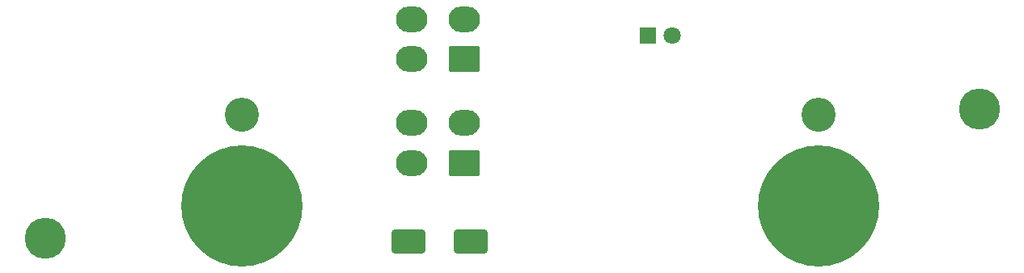
<source format=gbr>
%TF.GenerationSoftware,KiCad,Pcbnew,(6.0.9)*%
%TF.CreationDate,2022-12-26T18:29:37-09:00*%
%TF.ProjectId,PCB_ HYD ISO PANEL,5043422c-2048-4594-9420-49534f205041,rev?*%
%TF.SameCoordinates,Original*%
%TF.FileFunction,Soldermask,Bot*%
%TF.FilePolarity,Negative*%
%FSLAX46Y46*%
G04 Gerber Fmt 4.6, Leading zero omitted, Abs format (unit mm)*
G04 Created by KiCad (PCBNEW (6.0.9)) date 2022-12-26 18:29:37*
%MOMM*%
%LPD*%
G01*
G04 APERTURE LIST*
G04 Aperture macros list*
%AMRoundRect*
0 Rectangle with rounded corners*
0 $1 Rounding radius*
0 $2 $3 $4 $5 $6 $7 $8 $9 X,Y pos of 4 corners*
0 Add a 4 corners polygon primitive as box body*
4,1,4,$2,$3,$4,$5,$6,$7,$8,$9,$2,$3,0*
0 Add four circle primitives for the rounded corners*
1,1,$1+$1,$2,$3*
1,1,$1+$1,$4,$5*
1,1,$1+$1,$6,$7*
1,1,$1+$1,$8,$9*
0 Add four rect primitives between the rounded corners*
20,1,$1+$1,$2,$3,$4,$5,0*
20,1,$1+$1,$4,$5,$6,$7,0*
20,1,$1+$1,$6,$7,$8,$9,0*
20,1,$1+$1,$8,$9,$2,$3,0*%
G04 Aperture macros list end*
%ADD10RoundRect,0.250001X1.399999X-1.099999X1.399999X1.099999X-1.399999X1.099999X-1.399999X-1.099999X0*%
%ADD11O,3.300000X2.700000*%
%ADD12R,1.800000X1.800000*%
%ADD13C,1.800000*%
%ADD14RoundRect,0.250000X1.500000X1.000000X-1.500000X1.000000X-1.500000X-1.000000X1.500000X-1.000000X0*%
%ADD15C,12.700000*%
%ADD16C,3.572000*%
%ADD17C,4.300000*%
G04 APERTURE END LIST*
D10*
%TO.C,J2*%
X114985800Y-79364840D03*
D11*
X114985800Y-75164840D03*
X109485800Y-79364840D03*
X109485800Y-75164840D03*
%TD*%
D10*
%TO.C,J1*%
X114968920Y-68520420D03*
D11*
X114968920Y-64320420D03*
X109468920Y-68520420D03*
X109468920Y-64320420D03*
%TD*%
D12*
%TO.C,D25*%
X134260000Y-66000000D03*
D13*
X136800000Y-66000000D03*
%TD*%
D14*
%TO.C,C1*%
X115642460Y-87591900D03*
X109142460Y-87591900D03*
%TD*%
D15*
%TO.C,REF\u002A\u002A*%
X91748609Y-83884776D03*
D16*
X91748609Y-74359776D03*
D15*
X91748609Y-83884776D03*
%TD*%
%TO.C,REF\u002A\u002A*%
X152073609Y-83884776D03*
X152073609Y-83884776D03*
D16*
X152073609Y-74359776D03*
%TD*%
D17*
%TO.C,REF\u002A\u002A*%
X71111109Y-87250276D03*
%TD*%
%TO.C,REF\u002A\u002A*%
X168901109Y-73724776D03*
%TD*%
M02*

</source>
